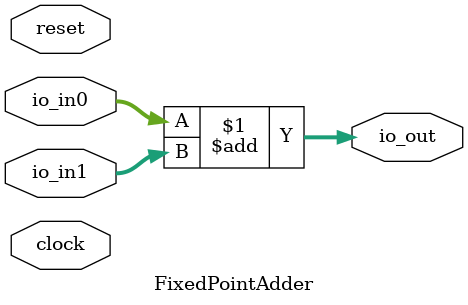
<source format=v>
module FixedPointAdder(
  input         clock,
  input         reset,
  input  [15:0] io_in0,
  input  [15:0] io_in1,
  output [15:0] io_out
);
  assign io_out = $signed(io_in0) + $signed(io_in1); // @[Adder.scala 127:20]
endmodule

</source>
